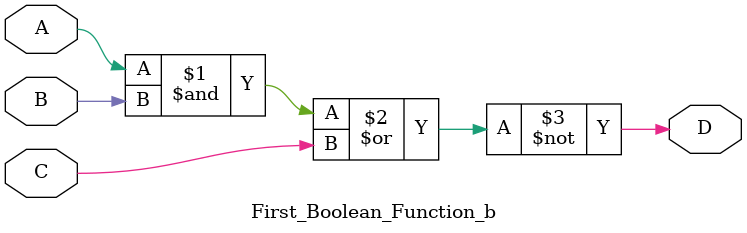
<source format=v>
`timescale 1ns / 1ps

module First_Boolean_Function_b(
    input A,
    input B,
    input C,
    output D
    );
    
    assign D = ~((A & B) | C);
endmodule
</source>
